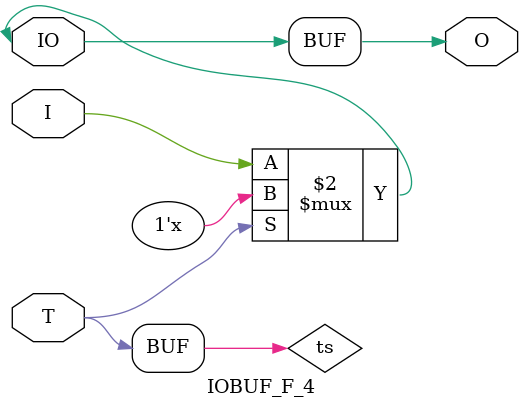
<source format=v>

/*

FUNCTION    : INPUT TRI-STATE OUTPUT BUFFER

*/

`celldefine
`timescale  100 ps / 10 ps

module IOBUF_F_4 (O, IO, I, T);

    output O;

    inout  IO;

    input  I, T;

    or O1 (ts, 1'b0, T);
    bufif0 T1 (IO, I, ts);

    buf B1 (O, IO);

endmodule

</source>
